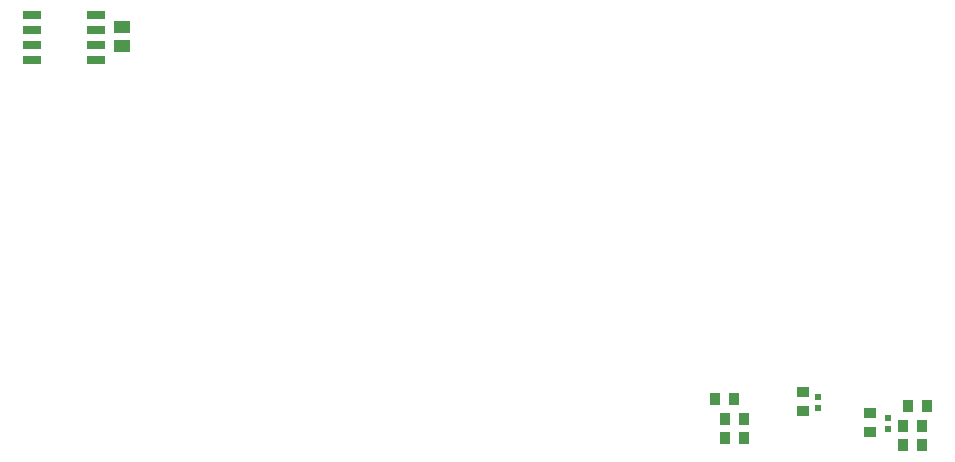
<source format=gbr>
G04 #@! TF.GenerationSoftware,KiCad,Pcbnew,5.1.4-e60b266~84~ubuntu19.04.1*
G04 #@! TF.CreationDate,2019-10-22T08:35:31-04:00*
G04 #@! TF.ProjectId,Forward_acceleration_board,466f7277-6172-4645-9f61-6363656c6572,rev?*
G04 #@! TF.SameCoordinates,Original*
G04 #@! TF.FileFunction,Paste,Bot*
G04 #@! TF.FilePolarity,Positive*
%FSLAX46Y46*%
G04 Gerber Fmt 4.6, Leading zero omitted, Abs format (unit mm)*
G04 Created by KiCad (PCBNEW 5.1.4-e60b266~84~ubuntu19.04.1) date 2019-10-22 08:35:31*
%MOMM*%
%LPD*%
G04 APERTURE LIST*
%ADD10R,0.900000X1.000000*%
%ADD11R,1.000000X0.900000*%
%ADD12R,1.525000X0.650000*%
%ADD13R,0.620000X0.600000*%
%ADD14R,1.470000X1.100000*%
G04 APERTURE END LIST*
D10*
X220925000Y-73975000D03*
X219325000Y-73975000D03*
D11*
X225950000Y-71675000D03*
X225950000Y-70075000D03*
D10*
X234350000Y-74600000D03*
X235950000Y-74600000D03*
X219300000Y-72350000D03*
X220900000Y-72350000D03*
X236000000Y-73000000D03*
X234400000Y-73000000D03*
X220075000Y-70725000D03*
X218475000Y-70725000D03*
X234800000Y-71325000D03*
X236400000Y-71325000D03*
D12*
X160613000Y-38145000D03*
X160613000Y-39415000D03*
X160613000Y-40685000D03*
X160613000Y-41955000D03*
X166037000Y-41955000D03*
X166037000Y-40685000D03*
X166037000Y-39415000D03*
X166037000Y-38145000D03*
D13*
X227200000Y-71435000D03*
X227200000Y-70515000D03*
D11*
X231575000Y-73525000D03*
X231575000Y-71925000D03*
D14*
X168275000Y-39215000D03*
X168275000Y-40835000D03*
D13*
X233100000Y-73210000D03*
X233100000Y-72290000D03*
M02*

</source>
